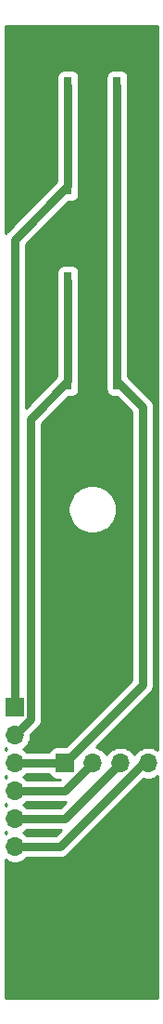
<source format=gtl>
%TF.GenerationSoftware,KiCad,Pcbnew,5.99.0+really5.1.9+dfsg1-1*%
%TF.CreationDate,2021-05-15T21:19:59+10:00*%
%TF.ProjectId,minisynth32-front,6d696e69-7379-46e7-9468-33322d66726f,1.1*%
%TF.SameCoordinates,Original*%
%TF.FileFunction,Copper,L1,Top*%
%TF.FilePolarity,Positive*%
%FSLAX46Y46*%
G04 Gerber Fmt 4.6, Leading zero omitted, Abs format (unit mm)*
G04 Created by KiCad (PCBNEW 5.99.0+really5.1.9+dfsg1-1) date 2021-05-15 21:19:59*
%MOMM*%
%LPD*%
G01*
G04 APERTURE LIST*
%TA.AperFunction,ComponentPad*%
%ADD10O,1.700000X1.700000*%
%TD*%
%TA.AperFunction,ComponentPad*%
%ADD11R,1.700000X1.700000*%
%TD*%
%TA.AperFunction,SMDPad,CuDef*%
%ADD12R,0.762000X1.524000*%
%TD*%
%TA.AperFunction,Conductor*%
%ADD13C,0.760000*%
%TD*%
%TA.AperFunction,NonConductor*%
%ADD14C,0.254000*%
%TD*%
%TA.AperFunction,NonConductor*%
%ADD15C,0.100000*%
%TD*%
G04 APERTURE END LIST*
D10*
%TO.P,J7,4*%
%TO.N,Net-(J6-Pad6)*%
X125476000Y-117856000D03*
%TO.P,J7,3*%
%TO.N,Net-(J6-Pad5)*%
X122936000Y-117856000D03*
%TO.P,J7,2*%
%TO.N,Net-(J6-Pad4)*%
X120396000Y-117856000D03*
D11*
%TO.P,J7,1*%
%TO.N,Net-(J6-Pad3)*%
X117856000Y-117856000D03*
%TD*%
D12*
%TO.P,SW3,1*%
%TO.N,Net-(J6-Pad3)*%
X122643900Y-65303400D03*
%TO.P,SW3,3*%
%TO.N,Net-(J6-Pad1)*%
X118148100Y-65303400D03*
%TO.P,SW3,4*%
X118148100Y-56108600D03*
%TO.P,SW3,2*%
%TO.N,Net-(J6-Pad3)*%
X122643900Y-56108600D03*
%TD*%
%TO.P,SW1,1*%
%TO.N,Net-(J6-Pad3)*%
X122643900Y-83083400D03*
%TO.P,SW1,3*%
%TO.N,Net-(J6-Pad2)*%
X118148100Y-83083400D03*
%TO.P,SW1,4*%
X118148100Y-73888600D03*
%TO.P,SW1,2*%
%TO.N,Net-(J6-Pad3)*%
X122643900Y-73888600D03*
%TD*%
D10*
%TO.P,J6,6*%
%TO.N,Net-(J6-Pad6)*%
X113284000Y-125476000D03*
%TO.P,J6,5*%
%TO.N,Net-(J6-Pad5)*%
X113284000Y-122936000D03*
%TO.P,J6,4*%
%TO.N,Net-(J6-Pad4)*%
X113284000Y-120396000D03*
%TO.P,J6,3*%
%TO.N,Net-(J6-Pad3)*%
X113284000Y-117856000D03*
%TO.P,J6,2*%
%TO.N,Net-(J6-Pad2)*%
X113284000Y-115316000D03*
D11*
%TO.P,J6,1*%
%TO.N,Net-(J6-Pad1)*%
X113284000Y-112776000D03*
%TD*%
D13*
%TO.N,Net-(J6-Pad6)*%
X125052402Y-117856000D02*
X125476000Y-117856000D01*
X117432402Y-125476000D02*
X125052402Y-117856000D01*
X113284000Y-125476000D02*
X117432402Y-125476000D01*
%TO.N,Net-(J6-Pad5)*%
X117856000Y-122936000D02*
X122936000Y-117856000D01*
X113284000Y-122936000D02*
X117856000Y-122936000D01*
%TO.N,Net-(J6-Pad4)*%
X117856000Y-120396000D02*
X120396000Y-117856000D01*
X113284000Y-120396000D02*
X117856000Y-120396000D01*
%TO.N,Net-(J6-Pad3)*%
X113284000Y-117856000D02*
X117856000Y-117856000D01*
X117856000Y-117856000D02*
X124968000Y-110744000D01*
X124968000Y-110744000D02*
X124968000Y-85407500D01*
X124968000Y-85407500D02*
X122643900Y-83083400D01*
X122643900Y-83083400D02*
X122643900Y-73888600D01*
X122643900Y-73888600D02*
X122643900Y-65303400D01*
X122643900Y-65303400D02*
X122643900Y-56108600D01*
%TO.N,Net-(J6-Pad2)*%
X114714001Y-113885999D02*
X114714001Y-86517499D01*
X114714001Y-86517499D02*
X118148100Y-83083400D01*
X113284000Y-115316000D02*
X114714001Y-113885999D01*
X118148100Y-83083400D02*
X118148100Y-73888600D01*
%TO.N,Net-(J6-Pad1)*%
X113284000Y-70167500D02*
X118148100Y-65303400D01*
X113284000Y-112776000D02*
X113284000Y-70167500D01*
X118148100Y-65303400D02*
X118148100Y-56108600D01*
%TD*%
D14*
X126340000Y-139294000D02*
X112420000Y-139294000D01*
X112420000Y-126684688D01*
X112580589Y-126791990D01*
X112850842Y-126903932D01*
X113137740Y-126961000D01*
X113430260Y-126961000D01*
X113717158Y-126903932D01*
X113987411Y-126791990D01*
X114230632Y-126629475D01*
X114369107Y-126491000D01*
X117382542Y-126491000D01*
X117432402Y-126495911D01*
X117482262Y-126491000D01*
X117482265Y-126491000D01*
X117631377Y-126476314D01*
X117822705Y-126418275D01*
X117999034Y-126324025D01*
X118153588Y-126197186D01*
X118185381Y-126158446D01*
X125057067Y-119286762D01*
X125329740Y-119341000D01*
X125622260Y-119341000D01*
X125909158Y-119283932D01*
X126179411Y-119171990D01*
X126340000Y-119064688D01*
X126340000Y-139294000D01*
%TA.AperFunction,NonConductor*%
D15*
G36*
X126340000Y-139294000D02*
G01*
X112420000Y-139294000D01*
X112420000Y-126684688D01*
X112580589Y-126791990D01*
X112850842Y-126903932D01*
X113137740Y-126961000D01*
X113430260Y-126961000D01*
X113717158Y-126903932D01*
X113987411Y-126791990D01*
X114230632Y-126629475D01*
X114369107Y-126491000D01*
X117382542Y-126491000D01*
X117432402Y-126495911D01*
X117482262Y-126491000D01*
X117482265Y-126491000D01*
X117631377Y-126476314D01*
X117822705Y-126418275D01*
X117999034Y-126324025D01*
X118153588Y-126197186D01*
X118185381Y-126158446D01*
X125057067Y-119286762D01*
X125329740Y-119341000D01*
X125622260Y-119341000D01*
X125909158Y-119283932D01*
X126179411Y-119171990D01*
X126340000Y-119064688D01*
X126340000Y-139294000D01*
G37*
%TD.AperFunction*%
D14*
X117011977Y-124461000D02*
X114369107Y-124461000D01*
X114230632Y-124322525D01*
X114056240Y-124206000D01*
X114230632Y-124089475D01*
X114369107Y-123951000D01*
X117521977Y-123951000D01*
X117011977Y-124461000D01*
%TA.AperFunction,NonConductor*%
D15*
G36*
X117011977Y-124461000D02*
G01*
X114369107Y-124461000D01*
X114230632Y-124322525D01*
X114056240Y-124206000D01*
X114230632Y-124089475D01*
X114369107Y-123951000D01*
X117521977Y-123951000D01*
X117011977Y-124461000D01*
G37*
%TD.AperFunction*%
D14*
X112511760Y-124206000D02*
X112420000Y-124267312D01*
X112420000Y-124144688D01*
X112511760Y-124206000D01*
%TA.AperFunction,NonConductor*%
D15*
G36*
X112511760Y-124206000D02*
G01*
X112420000Y-124267312D01*
X112420000Y-124144688D01*
X112511760Y-124206000D01*
G37*
%TD.AperFunction*%
D14*
X117435575Y-121921000D02*
X114369107Y-121921000D01*
X114230632Y-121782525D01*
X114056240Y-121666000D01*
X114230632Y-121549475D01*
X114369107Y-121411000D01*
X117806140Y-121411000D01*
X117856000Y-121415911D01*
X117905860Y-121411000D01*
X117905863Y-121411000D01*
X117949913Y-121406661D01*
X117435575Y-121921000D01*
%TA.AperFunction,NonConductor*%
D15*
G36*
X117435575Y-121921000D02*
G01*
X114369107Y-121921000D01*
X114230632Y-121782525D01*
X114056240Y-121666000D01*
X114230632Y-121549475D01*
X114369107Y-121411000D01*
X117806140Y-121411000D01*
X117856000Y-121415911D01*
X117905860Y-121411000D01*
X117905863Y-121411000D01*
X117949913Y-121406661D01*
X117435575Y-121921000D01*
G37*
%TD.AperFunction*%
D14*
X112511760Y-121666000D02*
X112420000Y-121727312D01*
X112420000Y-121604688D01*
X112511760Y-121666000D01*
%TA.AperFunction,NonConductor*%
D15*
G36*
X112511760Y-121666000D02*
G01*
X112420000Y-121727312D01*
X112420000Y-121604688D01*
X112511760Y-121666000D01*
G37*
%TD.AperFunction*%
D14*
X116416498Y-118950180D02*
X116475463Y-119060494D01*
X116554815Y-119157185D01*
X116651506Y-119236537D01*
X116761820Y-119295502D01*
X116881518Y-119331812D01*
X117006000Y-119344072D01*
X117472503Y-119344072D01*
X117435575Y-119381000D01*
X114369107Y-119381000D01*
X114230632Y-119242525D01*
X114056240Y-119126000D01*
X114230632Y-119009475D01*
X114369107Y-118871000D01*
X116392479Y-118871000D01*
X116416498Y-118950180D01*
%TA.AperFunction,NonConductor*%
D15*
G36*
X116416498Y-118950180D02*
G01*
X116475463Y-119060494D01*
X116554815Y-119157185D01*
X116651506Y-119236537D01*
X116761820Y-119295502D01*
X116881518Y-119331812D01*
X117006000Y-119344072D01*
X117472503Y-119344072D01*
X117435575Y-119381000D01*
X114369107Y-119381000D01*
X114230632Y-119242525D01*
X114056240Y-119126000D01*
X114230632Y-119009475D01*
X114369107Y-118871000D01*
X116392479Y-118871000D01*
X116416498Y-118950180D01*
G37*
%TD.AperFunction*%
D14*
X112511760Y-119126000D02*
X112420000Y-119187312D01*
X112420000Y-119064688D01*
X112511760Y-119126000D01*
%TA.AperFunction,NonConductor*%
D15*
G36*
X112511760Y-119126000D02*
G01*
X112420000Y-119187312D01*
X112420000Y-119064688D01*
X112511760Y-119126000D01*
G37*
%TD.AperFunction*%
D14*
X126340000Y-116647312D02*
X126179411Y-116540010D01*
X125909158Y-116428068D01*
X125622260Y-116371000D01*
X125329740Y-116371000D01*
X125042842Y-116428068D01*
X124772589Y-116540010D01*
X124529368Y-116702525D01*
X124322525Y-116909368D01*
X124206000Y-117083760D01*
X124089475Y-116909368D01*
X123882632Y-116702525D01*
X123639411Y-116540010D01*
X123369158Y-116428068D01*
X123082260Y-116371000D01*
X122789740Y-116371000D01*
X122502842Y-116428068D01*
X122232589Y-116540010D01*
X121989368Y-116702525D01*
X121782525Y-116909368D01*
X121666000Y-117083760D01*
X121549475Y-116909368D01*
X121342632Y-116702525D01*
X121099411Y-116540010D01*
X120829158Y-116428068D01*
X120737575Y-116409851D01*
X125650451Y-111496975D01*
X125689186Y-111465186D01*
X125763436Y-111374713D01*
X125816025Y-111310633D01*
X125910275Y-111134304D01*
X125923783Y-111089773D01*
X125968314Y-110942975D01*
X125983000Y-110793863D01*
X125983000Y-110793861D01*
X125987911Y-110744000D01*
X125983000Y-110694139D01*
X125983000Y-85457361D01*
X125987911Y-85407500D01*
X125983000Y-85357637D01*
X125968314Y-85208525D01*
X125910275Y-85017197D01*
X125816025Y-84840867D01*
X125720972Y-84725045D01*
X125720970Y-84725043D01*
X125689186Y-84686314D01*
X125650457Y-84654530D01*
X123662972Y-82667047D01*
X123662972Y-82321400D01*
X123658900Y-82280055D01*
X123658900Y-74691945D01*
X123662972Y-74650600D01*
X123662972Y-73126600D01*
X123658900Y-73085255D01*
X123658900Y-66106745D01*
X123662972Y-66065400D01*
X123662972Y-64541400D01*
X123658900Y-64500055D01*
X123658900Y-56911945D01*
X123662972Y-56870600D01*
X123662972Y-55346600D01*
X123650712Y-55222118D01*
X123614402Y-55102420D01*
X123555437Y-54992106D01*
X123476085Y-54895415D01*
X123379394Y-54816063D01*
X123269080Y-54757098D01*
X123149382Y-54720788D01*
X123024900Y-54708528D01*
X122262900Y-54708528D01*
X122138418Y-54720788D01*
X122018720Y-54757098D01*
X121908406Y-54816063D01*
X121811715Y-54895415D01*
X121732363Y-54992106D01*
X121673398Y-55102420D01*
X121637088Y-55222118D01*
X121624828Y-55346600D01*
X121624828Y-56870600D01*
X121628901Y-56911954D01*
X121628900Y-64500054D01*
X121624828Y-64541400D01*
X121624828Y-66065400D01*
X121628901Y-66106754D01*
X121628900Y-73085254D01*
X121624828Y-73126600D01*
X121624828Y-74650600D01*
X121628901Y-74691954D01*
X121628900Y-82280054D01*
X121624828Y-82321400D01*
X121624828Y-83074882D01*
X121623989Y-83083400D01*
X121624828Y-83091918D01*
X121624828Y-83845400D01*
X121637088Y-83969882D01*
X121673398Y-84089580D01*
X121732363Y-84199894D01*
X121811715Y-84296585D01*
X121908406Y-84375937D01*
X122018720Y-84434902D01*
X122138418Y-84471212D01*
X122262900Y-84483472D01*
X122608546Y-84483472D01*
X123953001Y-85827928D01*
X123953000Y-110323574D01*
X117908647Y-116367928D01*
X117006000Y-116367928D01*
X116881518Y-116380188D01*
X116761820Y-116416498D01*
X116651506Y-116475463D01*
X116554815Y-116554815D01*
X116475463Y-116651506D01*
X116416498Y-116761820D01*
X116392479Y-116841000D01*
X114369107Y-116841000D01*
X114230632Y-116702525D01*
X114056240Y-116586000D01*
X114230632Y-116469475D01*
X114437475Y-116262632D01*
X114599990Y-116019411D01*
X114711932Y-115749158D01*
X114769000Y-115462260D01*
X114769000Y-115266426D01*
X115396452Y-114638974D01*
X115435187Y-114607185D01*
X115509437Y-114516712D01*
X115562026Y-114452632D01*
X115656276Y-114276303D01*
X115669784Y-114231772D01*
X115714315Y-114084974D01*
X115729001Y-113935862D01*
X115729001Y-113935860D01*
X115733912Y-113885999D01*
X115729001Y-113836138D01*
X115729001Y-94521872D01*
X118161000Y-94521872D01*
X118161000Y-94962128D01*
X118246890Y-95393925D01*
X118415369Y-95800669D01*
X118659962Y-96166729D01*
X118971271Y-96478038D01*
X119337331Y-96722631D01*
X119744075Y-96891110D01*
X120175872Y-96977000D01*
X120616128Y-96977000D01*
X121047925Y-96891110D01*
X121454669Y-96722631D01*
X121820729Y-96478038D01*
X122132038Y-96166729D01*
X122376631Y-95800669D01*
X122545110Y-95393925D01*
X122631000Y-94962128D01*
X122631000Y-94521872D01*
X122545110Y-94090075D01*
X122376631Y-93683331D01*
X122132038Y-93317271D01*
X121820729Y-93005962D01*
X121454669Y-92761369D01*
X121047925Y-92592890D01*
X120616128Y-92507000D01*
X120175872Y-92507000D01*
X119744075Y-92592890D01*
X119337331Y-92761369D01*
X118971271Y-93005962D01*
X118659962Y-93317271D01*
X118415369Y-93683331D01*
X118246890Y-94090075D01*
X118161000Y-94521872D01*
X115729001Y-94521872D01*
X115729001Y-86937924D01*
X118183455Y-84483472D01*
X118529100Y-84483472D01*
X118653582Y-84471212D01*
X118773280Y-84434902D01*
X118883594Y-84375937D01*
X118980285Y-84296585D01*
X119059637Y-84199894D01*
X119118602Y-84089580D01*
X119154912Y-83969882D01*
X119167172Y-83845400D01*
X119167172Y-83091909D01*
X119168010Y-83083401D01*
X119167172Y-83074893D01*
X119167172Y-82321400D01*
X119163100Y-82280055D01*
X119163100Y-74691945D01*
X119167172Y-74650600D01*
X119167172Y-73126600D01*
X119154912Y-73002118D01*
X119118602Y-72882420D01*
X119059637Y-72772106D01*
X118980285Y-72675415D01*
X118883594Y-72596063D01*
X118773280Y-72537098D01*
X118653582Y-72500788D01*
X118529100Y-72488528D01*
X117767100Y-72488528D01*
X117642618Y-72500788D01*
X117522920Y-72537098D01*
X117412606Y-72596063D01*
X117315915Y-72675415D01*
X117236563Y-72772106D01*
X117177598Y-72882420D01*
X117141288Y-73002118D01*
X117129028Y-73126600D01*
X117129028Y-74650600D01*
X117133101Y-74691954D01*
X117133100Y-82280054D01*
X117129028Y-82321400D01*
X117129028Y-82667045D01*
X114299000Y-85497075D01*
X114299000Y-70587925D01*
X118183455Y-66703472D01*
X118529100Y-66703472D01*
X118653582Y-66691212D01*
X118773280Y-66654902D01*
X118883594Y-66595937D01*
X118980285Y-66516585D01*
X119059637Y-66419894D01*
X119118602Y-66309580D01*
X119154912Y-66189882D01*
X119167172Y-66065400D01*
X119167172Y-65311909D01*
X119168010Y-65303401D01*
X119167172Y-65294893D01*
X119167172Y-64541400D01*
X119163100Y-64500055D01*
X119163100Y-56911945D01*
X119167172Y-56870600D01*
X119167172Y-55346600D01*
X119154912Y-55222118D01*
X119118602Y-55102420D01*
X119059637Y-54992106D01*
X118980285Y-54895415D01*
X118883594Y-54816063D01*
X118773280Y-54757098D01*
X118653582Y-54720788D01*
X118529100Y-54708528D01*
X117767100Y-54708528D01*
X117642618Y-54720788D01*
X117522920Y-54757098D01*
X117412606Y-54816063D01*
X117315915Y-54895415D01*
X117236563Y-54992106D01*
X117177598Y-55102420D01*
X117141288Y-55222118D01*
X117129028Y-55346600D01*
X117129028Y-56870600D01*
X117133101Y-56911954D01*
X117133100Y-64500054D01*
X117129028Y-64541400D01*
X117129028Y-64887045D01*
X112601550Y-69414525D01*
X112562815Y-69446314D01*
X112531029Y-69485046D01*
X112435975Y-69600868D01*
X112420000Y-69630755D01*
X112420000Y-50698000D01*
X126340001Y-50698000D01*
X126340000Y-116647312D01*
%TA.AperFunction,NonConductor*%
D15*
G36*
X126340000Y-116647312D02*
G01*
X126179411Y-116540010D01*
X125909158Y-116428068D01*
X125622260Y-116371000D01*
X125329740Y-116371000D01*
X125042842Y-116428068D01*
X124772589Y-116540010D01*
X124529368Y-116702525D01*
X124322525Y-116909368D01*
X124206000Y-117083760D01*
X124089475Y-116909368D01*
X123882632Y-116702525D01*
X123639411Y-116540010D01*
X123369158Y-116428068D01*
X123082260Y-116371000D01*
X122789740Y-116371000D01*
X122502842Y-116428068D01*
X122232589Y-116540010D01*
X121989368Y-116702525D01*
X121782525Y-116909368D01*
X121666000Y-117083760D01*
X121549475Y-116909368D01*
X121342632Y-116702525D01*
X121099411Y-116540010D01*
X120829158Y-116428068D01*
X120737575Y-116409851D01*
X125650451Y-111496975D01*
X125689186Y-111465186D01*
X125763436Y-111374713D01*
X125816025Y-111310633D01*
X125910275Y-111134304D01*
X125923783Y-111089773D01*
X125968314Y-110942975D01*
X125983000Y-110793863D01*
X125983000Y-110793861D01*
X125987911Y-110744000D01*
X125983000Y-110694139D01*
X125983000Y-85457361D01*
X125987911Y-85407500D01*
X125983000Y-85357637D01*
X125968314Y-85208525D01*
X125910275Y-85017197D01*
X125816025Y-84840867D01*
X125720972Y-84725045D01*
X125720970Y-84725043D01*
X125689186Y-84686314D01*
X125650457Y-84654530D01*
X123662972Y-82667047D01*
X123662972Y-82321400D01*
X123658900Y-82280055D01*
X123658900Y-74691945D01*
X123662972Y-74650600D01*
X123662972Y-73126600D01*
X123658900Y-73085255D01*
X123658900Y-66106745D01*
X123662972Y-66065400D01*
X123662972Y-64541400D01*
X123658900Y-64500055D01*
X123658900Y-56911945D01*
X123662972Y-56870600D01*
X123662972Y-55346600D01*
X123650712Y-55222118D01*
X123614402Y-55102420D01*
X123555437Y-54992106D01*
X123476085Y-54895415D01*
X123379394Y-54816063D01*
X123269080Y-54757098D01*
X123149382Y-54720788D01*
X123024900Y-54708528D01*
X122262900Y-54708528D01*
X122138418Y-54720788D01*
X122018720Y-54757098D01*
X121908406Y-54816063D01*
X121811715Y-54895415D01*
X121732363Y-54992106D01*
X121673398Y-55102420D01*
X121637088Y-55222118D01*
X121624828Y-55346600D01*
X121624828Y-56870600D01*
X121628901Y-56911954D01*
X121628900Y-64500054D01*
X121624828Y-64541400D01*
X121624828Y-66065400D01*
X121628901Y-66106754D01*
X121628900Y-73085254D01*
X121624828Y-73126600D01*
X121624828Y-74650600D01*
X121628901Y-74691954D01*
X121628900Y-82280054D01*
X121624828Y-82321400D01*
X121624828Y-83074882D01*
X121623989Y-83083400D01*
X121624828Y-83091918D01*
X121624828Y-83845400D01*
X121637088Y-83969882D01*
X121673398Y-84089580D01*
X121732363Y-84199894D01*
X121811715Y-84296585D01*
X121908406Y-84375937D01*
X122018720Y-84434902D01*
X122138418Y-84471212D01*
X122262900Y-84483472D01*
X122608546Y-84483472D01*
X123953001Y-85827928D01*
X123953000Y-110323574D01*
X117908647Y-116367928D01*
X117006000Y-116367928D01*
X116881518Y-116380188D01*
X116761820Y-116416498D01*
X116651506Y-116475463D01*
X116554815Y-116554815D01*
X116475463Y-116651506D01*
X116416498Y-116761820D01*
X116392479Y-116841000D01*
X114369107Y-116841000D01*
X114230632Y-116702525D01*
X114056240Y-116586000D01*
X114230632Y-116469475D01*
X114437475Y-116262632D01*
X114599990Y-116019411D01*
X114711932Y-115749158D01*
X114769000Y-115462260D01*
X114769000Y-115266426D01*
X115396452Y-114638974D01*
X115435187Y-114607185D01*
X115509437Y-114516712D01*
X115562026Y-114452632D01*
X115656276Y-114276303D01*
X115669784Y-114231772D01*
X115714315Y-114084974D01*
X115729001Y-113935862D01*
X115729001Y-113935860D01*
X115733912Y-113885999D01*
X115729001Y-113836138D01*
X115729001Y-94521872D01*
X118161000Y-94521872D01*
X118161000Y-94962128D01*
X118246890Y-95393925D01*
X118415369Y-95800669D01*
X118659962Y-96166729D01*
X118971271Y-96478038D01*
X119337331Y-96722631D01*
X119744075Y-96891110D01*
X120175872Y-96977000D01*
X120616128Y-96977000D01*
X121047925Y-96891110D01*
X121454669Y-96722631D01*
X121820729Y-96478038D01*
X122132038Y-96166729D01*
X122376631Y-95800669D01*
X122545110Y-95393925D01*
X122631000Y-94962128D01*
X122631000Y-94521872D01*
X122545110Y-94090075D01*
X122376631Y-93683331D01*
X122132038Y-93317271D01*
X121820729Y-93005962D01*
X121454669Y-92761369D01*
X121047925Y-92592890D01*
X120616128Y-92507000D01*
X120175872Y-92507000D01*
X119744075Y-92592890D01*
X119337331Y-92761369D01*
X118971271Y-93005962D01*
X118659962Y-93317271D01*
X118415369Y-93683331D01*
X118246890Y-94090075D01*
X118161000Y-94521872D01*
X115729001Y-94521872D01*
X115729001Y-86937924D01*
X118183455Y-84483472D01*
X118529100Y-84483472D01*
X118653582Y-84471212D01*
X118773280Y-84434902D01*
X118883594Y-84375937D01*
X118980285Y-84296585D01*
X119059637Y-84199894D01*
X119118602Y-84089580D01*
X119154912Y-83969882D01*
X119167172Y-83845400D01*
X119167172Y-83091909D01*
X119168010Y-83083401D01*
X119167172Y-83074893D01*
X119167172Y-82321400D01*
X119163100Y-82280055D01*
X119163100Y-74691945D01*
X119167172Y-74650600D01*
X119167172Y-73126600D01*
X119154912Y-73002118D01*
X119118602Y-72882420D01*
X119059637Y-72772106D01*
X118980285Y-72675415D01*
X118883594Y-72596063D01*
X118773280Y-72537098D01*
X118653582Y-72500788D01*
X118529100Y-72488528D01*
X117767100Y-72488528D01*
X117642618Y-72500788D01*
X117522920Y-72537098D01*
X117412606Y-72596063D01*
X117315915Y-72675415D01*
X117236563Y-72772106D01*
X117177598Y-72882420D01*
X117141288Y-73002118D01*
X117129028Y-73126600D01*
X117129028Y-74650600D01*
X117133101Y-74691954D01*
X117133100Y-82280054D01*
X117129028Y-82321400D01*
X117129028Y-82667045D01*
X114299000Y-85497075D01*
X114299000Y-70587925D01*
X118183455Y-66703472D01*
X118529100Y-66703472D01*
X118653582Y-66691212D01*
X118773280Y-66654902D01*
X118883594Y-66595937D01*
X118980285Y-66516585D01*
X119059637Y-66419894D01*
X119118602Y-66309580D01*
X119154912Y-66189882D01*
X119167172Y-66065400D01*
X119167172Y-65311909D01*
X119168010Y-65303401D01*
X119167172Y-65294893D01*
X119167172Y-64541400D01*
X119163100Y-64500055D01*
X119163100Y-56911945D01*
X119167172Y-56870600D01*
X119167172Y-55346600D01*
X119154912Y-55222118D01*
X119118602Y-55102420D01*
X119059637Y-54992106D01*
X118980285Y-54895415D01*
X118883594Y-54816063D01*
X118773280Y-54757098D01*
X118653582Y-54720788D01*
X118529100Y-54708528D01*
X117767100Y-54708528D01*
X117642618Y-54720788D01*
X117522920Y-54757098D01*
X117412606Y-54816063D01*
X117315915Y-54895415D01*
X117236563Y-54992106D01*
X117177598Y-55102420D01*
X117141288Y-55222118D01*
X117129028Y-55346600D01*
X117129028Y-56870600D01*
X117133101Y-56911954D01*
X117133100Y-64500054D01*
X117129028Y-64541400D01*
X117129028Y-64887045D01*
X112601550Y-69414525D01*
X112562815Y-69446314D01*
X112531029Y-69485046D01*
X112435975Y-69600868D01*
X112420000Y-69630755D01*
X112420000Y-50698000D01*
X126340001Y-50698000D01*
X126340000Y-116647312D01*
G37*
%TD.AperFunction*%
D14*
X112511760Y-116586000D02*
X112420000Y-116647312D01*
X112420000Y-116524688D01*
X112511760Y-116586000D01*
%TA.AperFunction,NonConductor*%
D15*
G36*
X112511760Y-116586000D02*
G01*
X112420000Y-116647312D01*
X112420000Y-116524688D01*
X112511760Y-116586000D01*
G37*
%TD.AperFunction*%
M02*

</source>
